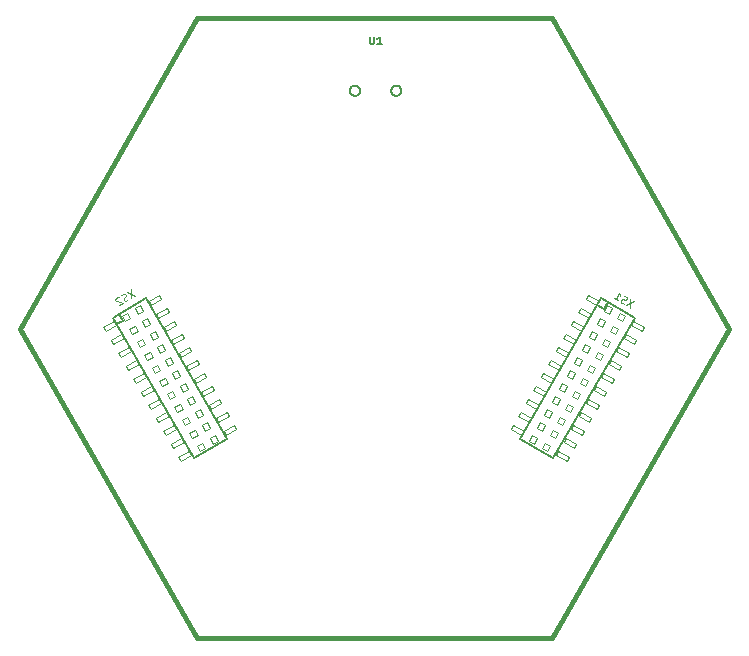
<source format=gbo>
G04 (created by PCBNEW-RS274X (2011-05-25)-stable) date Sat 31 Mar 2012 14:10:30 BST*
G01*
G70*
G90*
%MOIN*%
G04 Gerber Fmt 3.4, Leading zero omitted, Abs format*
%FSLAX34Y34*%
G04 APERTURE LIST*
%ADD10C,0.006000*%
%ADD11C,0.015000*%
%ADD12C,0.002600*%
%ADD13C,0.008000*%
%ADD14C,0.005000*%
%ADD15C,0.003500*%
G04 APERTURE END LIST*
G54D10*
G54D11*
X45400Y-39699D02*
X51305Y-29331D01*
X51305Y-50000D02*
X45400Y-39699D01*
X63116Y-50000D02*
X51305Y-50000D01*
X69022Y-39699D02*
X63116Y-50000D01*
X63116Y-29331D02*
X69022Y-39699D01*
X51305Y-29331D02*
X63116Y-29331D01*
G54D12*
X50033Y-38571D02*
X50111Y-38707D01*
X50111Y-38707D02*
X49762Y-38908D01*
X49684Y-38772D02*
X49762Y-38908D01*
X50033Y-38571D02*
X49684Y-38772D01*
X48526Y-39440D02*
X48605Y-39576D01*
X48605Y-39576D02*
X48256Y-39778D01*
X48177Y-39642D02*
X48256Y-39778D01*
X48526Y-39440D02*
X48177Y-39642D01*
X50283Y-39004D02*
X50361Y-39140D01*
X50361Y-39140D02*
X50012Y-39341D01*
X49934Y-39205D02*
X50012Y-39341D01*
X50283Y-39004D02*
X49934Y-39205D01*
X48776Y-39873D02*
X48855Y-40009D01*
X48855Y-40009D02*
X48506Y-40211D01*
X48427Y-40075D02*
X48506Y-40211D01*
X48776Y-39873D02*
X48427Y-40075D01*
X50533Y-39437D02*
X50611Y-39573D01*
X50611Y-39573D02*
X50262Y-39774D01*
X50184Y-39638D02*
X50262Y-39774D01*
X50533Y-39437D02*
X50184Y-39638D01*
X49026Y-40306D02*
X49105Y-40442D01*
X49105Y-40442D02*
X48756Y-40644D01*
X48677Y-40508D02*
X48756Y-40644D01*
X49026Y-40306D02*
X48677Y-40508D01*
X50783Y-39870D02*
X50861Y-40006D01*
X50861Y-40006D02*
X50512Y-40207D01*
X50434Y-40071D02*
X50512Y-40207D01*
X50783Y-39870D02*
X50434Y-40071D01*
X49276Y-40739D02*
X49355Y-40875D01*
X49355Y-40875D02*
X49006Y-41077D01*
X48927Y-40941D02*
X49006Y-41077D01*
X49276Y-40739D02*
X48927Y-40941D01*
X51033Y-40303D02*
X51111Y-40439D01*
X51111Y-40439D02*
X50762Y-40640D01*
X50684Y-40504D02*
X50762Y-40640D01*
X51033Y-40303D02*
X50684Y-40504D01*
X49526Y-41172D02*
X49605Y-41308D01*
X49605Y-41308D02*
X49256Y-41510D01*
X49177Y-41374D02*
X49256Y-41510D01*
X49526Y-41172D02*
X49177Y-41374D01*
X51283Y-40736D02*
X51361Y-40871D01*
X51361Y-40871D02*
X51012Y-41073D01*
X50934Y-40937D02*
X51012Y-41073D01*
X51283Y-40736D02*
X50934Y-40937D01*
X49776Y-41605D02*
X49854Y-41741D01*
X49854Y-41741D02*
X49505Y-41942D01*
X49427Y-41807D02*
X49505Y-41942D01*
X49776Y-41605D02*
X49427Y-41807D01*
X51532Y-41168D02*
X51611Y-41304D01*
X51611Y-41304D02*
X51262Y-41506D01*
X51183Y-41370D02*
X51262Y-41506D01*
X51532Y-41168D02*
X51183Y-41370D01*
X50026Y-42038D02*
X50104Y-42174D01*
X50104Y-42174D02*
X49755Y-42375D01*
X49677Y-42239D02*
X49755Y-42375D01*
X50026Y-42038D02*
X49677Y-42239D01*
X51782Y-41601D02*
X51861Y-41737D01*
X51861Y-41737D02*
X51512Y-41939D01*
X51433Y-41803D02*
X51512Y-41939D01*
X51782Y-41601D02*
X51433Y-41803D01*
X50276Y-42471D02*
X50354Y-42607D01*
X50354Y-42607D02*
X50005Y-42808D01*
X49927Y-42672D02*
X50005Y-42808D01*
X50276Y-42471D02*
X49927Y-42672D01*
X52032Y-42034D02*
X52111Y-42170D01*
X52111Y-42170D02*
X51762Y-42372D01*
X51683Y-42236D02*
X51762Y-42372D01*
X52032Y-42034D02*
X51683Y-42236D01*
X50526Y-42904D02*
X50604Y-43040D01*
X50604Y-43040D02*
X50255Y-43241D01*
X50177Y-43105D02*
X50255Y-43241D01*
X50526Y-42904D02*
X50177Y-43105D01*
X52282Y-42467D02*
X52361Y-42603D01*
X52361Y-42603D02*
X52012Y-42805D01*
X51933Y-42669D02*
X52012Y-42805D01*
X52282Y-42467D02*
X51933Y-42669D01*
X50776Y-43337D02*
X50854Y-43473D01*
X50854Y-43473D02*
X50505Y-43674D01*
X50427Y-43538D02*
X50505Y-43674D01*
X50776Y-43337D02*
X50427Y-43538D01*
X52532Y-42900D02*
X52611Y-43036D01*
X52611Y-43036D02*
X52262Y-43238D01*
X52183Y-43102D02*
X52262Y-43238D01*
X52532Y-42900D02*
X52183Y-43102D01*
X51026Y-43770D02*
X51104Y-43906D01*
X51104Y-43906D02*
X50755Y-44107D01*
X50677Y-43971D02*
X50755Y-44107D01*
X51026Y-43770D02*
X50677Y-43971D01*
X48964Y-39162D02*
X49064Y-39336D01*
X49064Y-39336D02*
X48891Y-39436D01*
X48791Y-39262D02*
X48891Y-39436D01*
X48964Y-39162D02*
X48791Y-39262D01*
X49214Y-39595D02*
X49314Y-39769D01*
X49314Y-39769D02*
X49141Y-39869D01*
X49041Y-39695D02*
X49141Y-39869D01*
X49214Y-39595D02*
X49041Y-39695D01*
X49464Y-40028D02*
X49564Y-40202D01*
X49564Y-40202D02*
X49391Y-40302D01*
X49291Y-40128D02*
X49391Y-40302D01*
X49464Y-40028D02*
X49291Y-40128D01*
X49714Y-40461D02*
X49814Y-40635D01*
X49814Y-40635D02*
X49641Y-40735D01*
X49541Y-40561D02*
X49641Y-40735D01*
X49714Y-40461D02*
X49541Y-40561D01*
X49964Y-40894D02*
X50064Y-41068D01*
X50064Y-41068D02*
X49891Y-41168D01*
X49791Y-40994D02*
X49891Y-41168D01*
X49964Y-40894D02*
X49791Y-40994D01*
X50214Y-41327D02*
X50314Y-41501D01*
X50314Y-41501D02*
X50141Y-41601D01*
X50041Y-41427D02*
X50141Y-41601D01*
X50214Y-41327D02*
X50041Y-41427D01*
X50464Y-41760D02*
X50564Y-41934D01*
X50564Y-41934D02*
X50391Y-42034D01*
X50291Y-41860D02*
X50391Y-42034D01*
X50464Y-41760D02*
X50291Y-41860D01*
X50714Y-42193D02*
X50814Y-42367D01*
X50814Y-42367D02*
X50641Y-42467D01*
X50541Y-42293D02*
X50641Y-42467D01*
X50714Y-42193D02*
X50541Y-42293D01*
X50964Y-42626D02*
X51064Y-42800D01*
X51064Y-42800D02*
X50891Y-42900D01*
X50791Y-42726D02*
X50891Y-42900D01*
X50964Y-42626D02*
X50791Y-42726D01*
X51214Y-43059D02*
X51314Y-43233D01*
X51314Y-43233D02*
X51141Y-43333D01*
X51041Y-43159D02*
X51141Y-43333D01*
X51214Y-43059D02*
X51041Y-43159D01*
X51464Y-43492D02*
X51564Y-43666D01*
X51564Y-43666D02*
X51391Y-43766D01*
X51291Y-43592D02*
X51391Y-43766D01*
X51464Y-43492D02*
X51291Y-43592D01*
X51897Y-43242D02*
X51997Y-43416D01*
X51997Y-43416D02*
X51824Y-43516D01*
X51724Y-43342D02*
X51824Y-43516D01*
X51897Y-43242D02*
X51724Y-43342D01*
X49647Y-39345D02*
X49747Y-39519D01*
X49747Y-39519D02*
X49574Y-39619D01*
X49474Y-39445D02*
X49574Y-39619D01*
X49647Y-39345D02*
X49474Y-39445D01*
X49897Y-39778D02*
X49997Y-39952D01*
X49997Y-39952D02*
X49824Y-40052D01*
X49724Y-39878D02*
X49824Y-40052D01*
X49897Y-39778D02*
X49724Y-39878D01*
X50147Y-40211D02*
X50247Y-40385D01*
X50247Y-40385D02*
X50074Y-40485D01*
X49974Y-40311D02*
X50074Y-40485D01*
X50147Y-40211D02*
X49974Y-40311D01*
X50397Y-40644D02*
X50497Y-40818D01*
X50497Y-40818D02*
X50324Y-40918D01*
X50224Y-40744D02*
X50324Y-40918D01*
X50397Y-40644D02*
X50224Y-40744D01*
X50647Y-41077D02*
X50747Y-41251D01*
X50747Y-41251D02*
X50574Y-41351D01*
X50474Y-41177D02*
X50574Y-41351D01*
X50647Y-41077D02*
X50474Y-41177D01*
X50897Y-41510D02*
X50997Y-41684D01*
X50997Y-41684D02*
X50824Y-41784D01*
X50724Y-41610D02*
X50824Y-41784D01*
X50897Y-41510D02*
X50724Y-41610D01*
X51147Y-41943D02*
X51247Y-42117D01*
X51247Y-42117D02*
X51074Y-42217D01*
X50974Y-42043D02*
X51074Y-42217D01*
X51147Y-41943D02*
X50974Y-42043D01*
X51397Y-42376D02*
X51497Y-42550D01*
X51497Y-42550D02*
X51324Y-42650D01*
X51224Y-42476D02*
X51324Y-42650D01*
X51397Y-42376D02*
X51224Y-42476D01*
X51647Y-42809D02*
X51747Y-42983D01*
X51747Y-42983D02*
X51574Y-43083D01*
X51474Y-42909D02*
X51574Y-43083D01*
X51647Y-42809D02*
X51474Y-42909D01*
X49397Y-38912D02*
X49497Y-39086D01*
X49497Y-39086D02*
X49324Y-39186D01*
X49224Y-39012D02*
X49324Y-39186D01*
X49397Y-38912D02*
X49224Y-39012D01*
G54D13*
X48484Y-39313D02*
X51193Y-44005D01*
X51193Y-44005D02*
X52303Y-43364D01*
X52303Y-43364D02*
X49594Y-38672D01*
X49594Y-38672D02*
X48484Y-39313D01*
G54D14*
X48698Y-39201D02*
X48823Y-39417D01*
X48606Y-39542D02*
X48823Y-39417D01*
G54D12*
X66194Y-39642D02*
X66115Y-39778D01*
X66115Y-39778D02*
X65766Y-39576D01*
X65845Y-39440D02*
X65766Y-39576D01*
X66194Y-39642D02*
X65845Y-39440D01*
X64687Y-38772D02*
X64609Y-38908D01*
X64609Y-38908D02*
X64260Y-38707D01*
X64338Y-38571D02*
X64260Y-38707D01*
X64687Y-38772D02*
X64338Y-38571D01*
X65944Y-40075D02*
X65865Y-40211D01*
X65865Y-40211D02*
X65516Y-40009D01*
X65595Y-39873D02*
X65516Y-40009D01*
X65944Y-40075D02*
X65595Y-39873D01*
X64437Y-39205D02*
X64359Y-39341D01*
X64359Y-39341D02*
X64010Y-39140D01*
X64088Y-39004D02*
X64010Y-39140D01*
X64437Y-39205D02*
X64088Y-39004D01*
X65694Y-40508D02*
X65615Y-40644D01*
X65615Y-40644D02*
X65266Y-40442D01*
X65345Y-40306D02*
X65266Y-40442D01*
X65694Y-40508D02*
X65345Y-40306D01*
X64187Y-39638D02*
X64109Y-39774D01*
X64109Y-39774D02*
X63760Y-39573D01*
X63838Y-39437D02*
X63760Y-39573D01*
X64187Y-39638D02*
X63838Y-39437D01*
X65444Y-40941D02*
X65365Y-41077D01*
X65365Y-41077D02*
X65016Y-40875D01*
X65095Y-40739D02*
X65016Y-40875D01*
X65444Y-40941D02*
X65095Y-40739D01*
X63937Y-40071D02*
X63859Y-40207D01*
X63859Y-40207D02*
X63510Y-40006D01*
X63588Y-39870D02*
X63510Y-40006D01*
X63937Y-40071D02*
X63588Y-39870D01*
X65194Y-41374D02*
X65115Y-41510D01*
X65115Y-41510D02*
X64766Y-41308D01*
X64845Y-41172D02*
X64766Y-41308D01*
X65194Y-41374D02*
X64845Y-41172D01*
X63687Y-40504D02*
X63609Y-40640D01*
X63609Y-40640D02*
X63260Y-40439D01*
X63338Y-40303D02*
X63260Y-40439D01*
X63687Y-40504D02*
X63338Y-40303D01*
X64944Y-41807D02*
X64866Y-41942D01*
X64866Y-41942D02*
X64517Y-41741D01*
X64595Y-41605D02*
X64517Y-41741D01*
X64944Y-41807D02*
X64595Y-41605D01*
X63437Y-40937D02*
X63359Y-41073D01*
X63359Y-41073D02*
X63010Y-40871D01*
X63088Y-40736D02*
X63010Y-40871D01*
X63437Y-40937D02*
X63088Y-40736D01*
X64694Y-42239D02*
X64616Y-42375D01*
X64616Y-42375D02*
X64267Y-42174D01*
X64345Y-42038D02*
X64267Y-42174D01*
X64694Y-42239D02*
X64345Y-42038D01*
X63188Y-41370D02*
X63109Y-41506D01*
X63109Y-41506D02*
X62760Y-41304D01*
X62839Y-41168D02*
X62760Y-41304D01*
X63188Y-41370D02*
X62839Y-41168D01*
X64444Y-42672D02*
X64366Y-42808D01*
X64366Y-42808D02*
X64017Y-42607D01*
X64095Y-42471D02*
X64017Y-42607D01*
X64444Y-42672D02*
X64095Y-42471D01*
X62938Y-41803D02*
X62859Y-41939D01*
X62859Y-41939D02*
X62510Y-41737D01*
X62589Y-41601D02*
X62510Y-41737D01*
X62938Y-41803D02*
X62589Y-41601D01*
X64194Y-43105D02*
X64116Y-43241D01*
X64116Y-43241D02*
X63767Y-43040D01*
X63845Y-42904D02*
X63767Y-43040D01*
X64194Y-43105D02*
X63845Y-42904D01*
X62688Y-42236D02*
X62609Y-42372D01*
X62609Y-42372D02*
X62260Y-42170D01*
X62339Y-42034D02*
X62260Y-42170D01*
X62688Y-42236D02*
X62339Y-42034D01*
X63944Y-43538D02*
X63866Y-43674D01*
X63866Y-43674D02*
X63517Y-43473D01*
X63595Y-43337D02*
X63517Y-43473D01*
X63944Y-43538D02*
X63595Y-43337D01*
X62438Y-42669D02*
X62359Y-42805D01*
X62359Y-42805D02*
X62010Y-42603D01*
X62089Y-42467D02*
X62010Y-42603D01*
X62438Y-42669D02*
X62089Y-42467D01*
X63694Y-43971D02*
X63616Y-44107D01*
X63616Y-44107D02*
X63267Y-43906D01*
X63345Y-43770D02*
X63267Y-43906D01*
X63694Y-43971D02*
X63345Y-43770D01*
X62188Y-43102D02*
X62109Y-43238D01*
X62109Y-43238D02*
X61760Y-43036D01*
X61839Y-42900D02*
X61760Y-43036D01*
X62188Y-43102D02*
X61839Y-42900D01*
X65147Y-39012D02*
X65047Y-39186D01*
X65047Y-39186D02*
X64874Y-39086D01*
X64974Y-38912D02*
X64874Y-39086D01*
X65147Y-39012D02*
X64974Y-38912D01*
X64897Y-39445D02*
X64797Y-39619D01*
X64797Y-39619D02*
X64624Y-39519D01*
X64724Y-39345D02*
X64624Y-39519D01*
X64897Y-39445D02*
X64724Y-39345D01*
X64647Y-39878D02*
X64547Y-40052D01*
X64547Y-40052D02*
X64374Y-39952D01*
X64474Y-39778D02*
X64374Y-39952D01*
X64647Y-39878D02*
X64474Y-39778D01*
X64397Y-40311D02*
X64297Y-40485D01*
X64297Y-40485D02*
X64124Y-40385D01*
X64224Y-40211D02*
X64124Y-40385D01*
X64397Y-40311D02*
X64224Y-40211D01*
X64147Y-40744D02*
X64047Y-40918D01*
X64047Y-40918D02*
X63874Y-40818D01*
X63974Y-40644D02*
X63874Y-40818D01*
X64147Y-40744D02*
X63974Y-40644D01*
X63897Y-41177D02*
X63797Y-41351D01*
X63797Y-41351D02*
X63624Y-41251D01*
X63724Y-41077D02*
X63624Y-41251D01*
X63897Y-41177D02*
X63724Y-41077D01*
X63647Y-41610D02*
X63547Y-41784D01*
X63547Y-41784D02*
X63374Y-41684D01*
X63474Y-41510D02*
X63374Y-41684D01*
X63647Y-41610D02*
X63474Y-41510D01*
X63397Y-42043D02*
X63297Y-42217D01*
X63297Y-42217D02*
X63124Y-42117D01*
X63224Y-41943D02*
X63124Y-42117D01*
X63397Y-42043D02*
X63224Y-41943D01*
X63147Y-42476D02*
X63047Y-42650D01*
X63047Y-42650D02*
X62874Y-42550D01*
X62974Y-42376D02*
X62874Y-42550D01*
X63147Y-42476D02*
X62974Y-42376D01*
X62897Y-42909D02*
X62797Y-43083D01*
X62797Y-43083D02*
X62624Y-42983D01*
X62724Y-42809D02*
X62624Y-42983D01*
X62897Y-42909D02*
X62724Y-42809D01*
X62647Y-43342D02*
X62547Y-43516D01*
X62547Y-43516D02*
X62374Y-43416D01*
X62474Y-43242D02*
X62374Y-43416D01*
X62647Y-43342D02*
X62474Y-43242D01*
X63080Y-43592D02*
X62980Y-43766D01*
X62980Y-43766D02*
X62807Y-43666D01*
X62907Y-43492D02*
X62807Y-43666D01*
X63080Y-43592D02*
X62907Y-43492D01*
X65330Y-39695D02*
X65230Y-39869D01*
X65230Y-39869D02*
X65057Y-39769D01*
X65157Y-39595D02*
X65057Y-39769D01*
X65330Y-39695D02*
X65157Y-39595D01*
X65080Y-40128D02*
X64980Y-40302D01*
X64980Y-40302D02*
X64807Y-40202D01*
X64907Y-40028D02*
X64807Y-40202D01*
X65080Y-40128D02*
X64907Y-40028D01*
X64830Y-40561D02*
X64730Y-40735D01*
X64730Y-40735D02*
X64557Y-40635D01*
X64657Y-40461D02*
X64557Y-40635D01*
X64830Y-40561D02*
X64657Y-40461D01*
X64580Y-40994D02*
X64480Y-41168D01*
X64480Y-41168D02*
X64307Y-41068D01*
X64407Y-40894D02*
X64307Y-41068D01*
X64580Y-40994D02*
X64407Y-40894D01*
X64330Y-41427D02*
X64230Y-41601D01*
X64230Y-41601D02*
X64057Y-41501D01*
X64157Y-41327D02*
X64057Y-41501D01*
X64330Y-41427D02*
X64157Y-41327D01*
X64080Y-41860D02*
X63980Y-42034D01*
X63980Y-42034D02*
X63807Y-41934D01*
X63907Y-41760D02*
X63807Y-41934D01*
X64080Y-41860D02*
X63907Y-41760D01*
X63830Y-42293D02*
X63730Y-42467D01*
X63730Y-42467D02*
X63557Y-42367D01*
X63657Y-42193D02*
X63557Y-42367D01*
X63830Y-42293D02*
X63657Y-42193D01*
X63580Y-42726D02*
X63480Y-42900D01*
X63480Y-42900D02*
X63307Y-42800D01*
X63407Y-42626D02*
X63307Y-42800D01*
X63580Y-42726D02*
X63407Y-42626D01*
X63330Y-43159D02*
X63230Y-43333D01*
X63230Y-43333D02*
X63057Y-43233D01*
X63157Y-43059D02*
X63057Y-43233D01*
X63330Y-43159D02*
X63157Y-43059D01*
X65580Y-39262D02*
X65480Y-39436D01*
X65480Y-39436D02*
X65307Y-39336D01*
X65407Y-39162D02*
X65307Y-39336D01*
X65580Y-39262D02*
X65407Y-39162D01*
G54D13*
X64777Y-38672D02*
X62068Y-43364D01*
X62068Y-43364D02*
X63178Y-44005D01*
X63178Y-44005D02*
X65887Y-39313D01*
X65887Y-39313D02*
X64777Y-38672D01*
G54D14*
X64981Y-38801D02*
X64856Y-39017D01*
X64639Y-38892D02*
X64856Y-39017D01*
G54D10*
X58109Y-31750D02*
X58105Y-31783D01*
X58096Y-31814D01*
X58080Y-31844D01*
X58059Y-31869D01*
X58034Y-31890D01*
X58004Y-31906D01*
X57973Y-31916D01*
X57940Y-31919D01*
X57908Y-31916D01*
X57876Y-31907D01*
X57846Y-31892D01*
X57821Y-31871D01*
X57799Y-31846D01*
X57783Y-31816D01*
X57773Y-31785D01*
X57770Y-31752D01*
X57772Y-31720D01*
X57781Y-31688D01*
X57797Y-31658D01*
X57817Y-31632D01*
X57842Y-31611D01*
X57871Y-31595D01*
X57903Y-31584D01*
X57936Y-31581D01*
X57968Y-31583D01*
X58000Y-31592D01*
X58030Y-31607D01*
X58056Y-31627D01*
X58077Y-31653D01*
X58094Y-31681D01*
X58104Y-31713D01*
X58108Y-31746D01*
X58109Y-31750D01*
X56731Y-31750D02*
X56727Y-31783D01*
X56718Y-31814D01*
X56702Y-31844D01*
X56681Y-31869D01*
X56656Y-31890D01*
X56626Y-31906D01*
X56595Y-31916D01*
X56562Y-31919D01*
X56530Y-31916D01*
X56498Y-31907D01*
X56468Y-31892D01*
X56443Y-31871D01*
X56421Y-31846D01*
X56405Y-31816D01*
X56395Y-31785D01*
X56392Y-31752D01*
X56394Y-31720D01*
X56403Y-31688D01*
X56419Y-31658D01*
X56439Y-31632D01*
X56464Y-31611D01*
X56493Y-31595D01*
X56525Y-31584D01*
X56558Y-31581D01*
X56590Y-31583D01*
X56622Y-31592D01*
X56652Y-31607D01*
X56678Y-31627D01*
X56699Y-31653D01*
X56716Y-31681D01*
X56726Y-31713D01*
X56730Y-31746D01*
X56731Y-31750D01*
G54D14*
X57060Y-29951D02*
X57060Y-30154D01*
X57071Y-30177D01*
X57083Y-30189D01*
X57107Y-30201D01*
X57155Y-30201D01*
X57179Y-30189D01*
X57190Y-30177D01*
X57202Y-30154D01*
X57202Y-29951D01*
X57452Y-30201D02*
X57310Y-30201D01*
X57381Y-30201D02*
X57381Y-29951D01*
X57357Y-29987D01*
X57333Y-30011D01*
X57310Y-30023D01*
G54D15*
X49101Y-38371D02*
X49083Y-38671D01*
X48958Y-38454D02*
X49226Y-38588D01*
X49004Y-38703D02*
X48980Y-38730D01*
X48928Y-38760D01*
X48901Y-38762D01*
X48885Y-38758D01*
X48864Y-38743D01*
X48852Y-38722D01*
X48849Y-38696D01*
X48853Y-38680D01*
X48868Y-38657D01*
X48904Y-38623D01*
X48919Y-38601D01*
X48922Y-38585D01*
X48921Y-38559D01*
X48909Y-38538D01*
X48887Y-38523D01*
X48871Y-38518D01*
X48844Y-38520D01*
X48792Y-38550D01*
X48768Y-38578D01*
X48691Y-38636D02*
X48674Y-38632D01*
X48649Y-38633D01*
X48597Y-38663D01*
X48582Y-38685D01*
X48577Y-38702D01*
X48580Y-38728D01*
X48592Y-38749D01*
X48619Y-38774D01*
X48814Y-38826D01*
X48681Y-38903D01*
X65864Y-38771D02*
X65596Y-38905D01*
X65721Y-38688D02*
X65739Y-38988D01*
X65529Y-38853D02*
X65493Y-38845D01*
X65441Y-38815D01*
X65426Y-38793D01*
X65422Y-38777D01*
X65424Y-38751D01*
X65436Y-38730D01*
X65457Y-38715D01*
X65473Y-38711D01*
X65500Y-38712D01*
X65548Y-38726D01*
X65575Y-38728D01*
X65590Y-38723D01*
X65612Y-38709D01*
X65624Y-38688D01*
X65626Y-38661D01*
X65622Y-38645D01*
X65607Y-38623D01*
X65555Y-38593D01*
X65519Y-38586D01*
X65194Y-38673D02*
X65317Y-38744D01*
X65255Y-38708D02*
X65380Y-38492D01*
X65383Y-38535D01*
X65392Y-38568D01*
X65406Y-38590D01*
M02*

</source>
